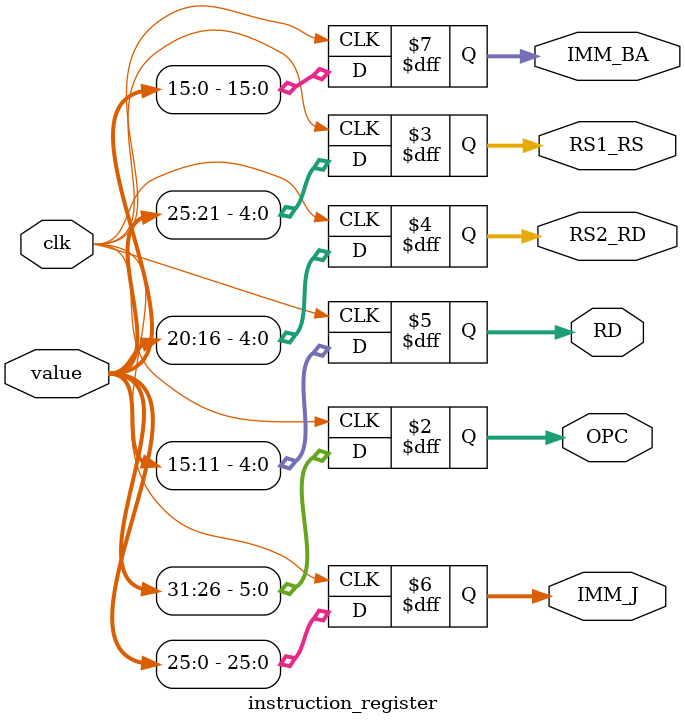
<source format=v>
`include "parameter.v"

module instruction_register(OPC, RS1_RS, RS2_RD, RD, IMM_J, IMM_BA, value, clk);

output reg[5:0] OPC;
output reg[4:0] RS1_RS;			// RS1 or RS depending upon instruction
output reg[4:0] RS2_RD;			// RS2 or RD depending upon instruction
output reg[4:0] RD;
output reg[25:0] IMM_J;			// Immediate value for Jump instruction
output reg[15:0] IMM_BA;		// Immediate value for ALU or Branch instruction
input clk;
input[31:0] value;
 
always @ (posedge clk)
begin
	OPC <= value[31:26];
	RS1_RS <= value[25:21];
	RS2_RD <= value[20:16];
	RD <= value[15:11];
	IMM_J <= value[25:0];
	IMM_BA <= value[15:0];
end
endmodule

</source>
